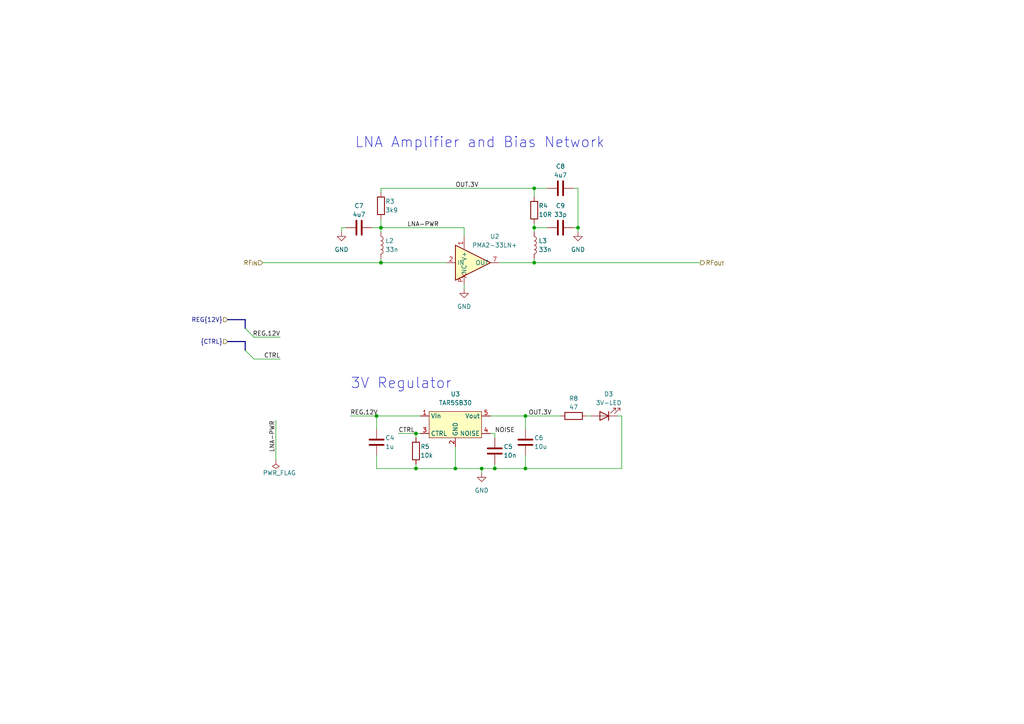
<source format=kicad_sch>
(kicad_sch (version 20211123) (generator eeschema)
  (paper "A4")
  (title_block (title "RF Component") (date "${ISSUE_DATE}") (rev "${REVISION}") (company "ENEL300"))
  (lib_symbols
    (symbol "Device:C" (pin_numbers hide) (pin_names (offset 0.254))
      (property "Reference" "C" (at 0.635 2.54 0))
      (property "Value" "C" (at 0.635 -2.54 0))
      (symbol "C_0_1"
        (polyline (pts (xy -2.032 -0.762) (xy 2.032 -0.762)) (stroke (width 0.508)))
        (polyline (pts (xy -2.032 0.762) (xy 2.032 0.762)) (stroke (width 0.508)))
      )
      (symbol "C_1_1"
        (pin passive line (at 0 3.81 270) (length 2.794) (name "~") (number "1"))
        (pin passive line (at 0 -3.81 90) (length 2.794) (name "~") (number "2"))
      )
    )
    (symbol "Device:L" (pin_numbers hide) (pin_names (offset 1.016) hide)
      (property "Reference" "L" (at -1.27 0 90))
      (property "Value" "L" (at 1.905 0 90))
      (symbol "L_0_1"
        (arc (start 0 -2.54) (mid 0.635 -1.905) (end 0 -1.27))
        (arc (start 0 -1.27) (mid 0.635 -0.635) (end 0 0))
        (arc (start 0 0) (mid 0.635 0.635) (end 0 1.27))
        (arc (start 0 1.27) (mid 0.635 1.905) (end 0 2.54))
      )
      (symbol "L_1_1"
        (pin passive line (at 0 3.81 270) (length 1.27) (name "1") (number "1"))
        (pin passive line (at 0 -3.81 90) (length 1.27) (name "2") (number "2"))
      )
    )
    (symbol "Device:LED" (pin_numbers hide) (pin_names (offset 1.016) hide)
      (property "Reference" "D" (at 0 2.54 0))
      (property "Value" "LED" (at 0 -2.54 0))
      (symbol "LED_0_1"
        (polyline (pts (xy -1.27 -1.27) (xy -1.27 1.27)) (stroke (width 0.254)))
        (polyline (pts (xy -1.27 0) (xy 1.27 0)))
        (polyline (pts (xy 1.27 -1.27) (xy 1.27 1.27) (xy -1.27 0) (xy 1.27 -1.27)) (stroke (width 0.254)))
        (polyline (pts (xy -3.048 -0.762) (xy -4.572 -2.286) (xy -3.81 -2.286) (xy -4.572 -2.286) (xy -4.572 -1.524)))
        (polyline (pts (xy -1.778 -0.762) (xy -3.302 -2.286) (xy -2.54 -2.286) (xy -3.302 -2.286) (xy -3.302 -1.524)))
      )
      (symbol "LED_1_1"
        (pin passive line (at -3.81 0 0) (length 2.54) (name "K") (number "1"))
        (pin passive line (at 3.81 0 180) (length 2.54) (name "A") (number "2"))
      )
    )
    (symbol "Device:R" (pin_numbers hide) (pin_names (offset 0))
      (property "Reference" "R" (at 2.032 0 90))
      (property "Value" "R" (at 0 0 90))
      (symbol "R_0_1"
        (rectangle (start -1.016 -2.54) (end 1.016 2.54) (stroke (width 0.254)))
      )
      (symbol "R_1_1"
        (pin passive line (at 0 3.81 270) (length 1.27) (name "~") (number "1"))
        (pin passive line (at 0 -3.81 90) (length 1.27) (name "~") (number "2"))
      )
    )
    (symbol "PicoRF:PMA2-33LN+"
      (property "Reference" "U" (at 8.89 7.62 0))
      (property "Value" "PMA2-33LN+" (at 8.89 5.08 0))
      (symbol "PMA2-33LN+_0_1"
        (polyline (pts (xy 7.62 0) (xy -2.54 5.08) (xy -2.54 -5.08) (xy 7.62 0)) (stroke (width 0.254)) (fill (type background)))
      )
      (symbol "PMA2-33LN+_1_1"
        (pin power_in line (at 0 7.62 270) (length 3.81) (name "V+") (number "1"))
        (pin input line (at -5.08 0 0) (length 2.54) (name "IN") (number "2"))
        (pin power_in non_logic (at 0 -6.35 90) (length 2.54) hide (name "NC") (number "3"))
        (pin power_in non_logic (at 0 -6.35 90) (length 2.54) hide (name "NC") (number "4"))
        (pin power_in non_logic (at 0 -6.35 90) (length 2.54) hide (name "NC") (number "5"))
        (pin power_in non_logic (at 0 -6.35 90) (length 2.54) hide (name "NC") (number "6"))
        (pin output line (at 10.16 0 180) (length 2.54) (name "OUT") (number "7"))
        (pin power_in non_logic (at 0 -6.35 90) (length 2.54) hide (name "NC") (number "8"))
        (pin power_in non_logic (at 0 -6.35 90) (length 2.54) (name "NC") (number "P"))
      )
    )
    (symbol "PicoRF:TAR5SB30" (pin_names (offset 0.5))
      (property "Reference" "U" (at 0 8.89 0))
      (property "Value" "TAR5SB30" (at 0 6.35 0))
      (symbol "TAR5SB30_0_1"
        (rectangle (start -7.62 3.81) (end 7.62 -3.81) (fill (type background)))
      )
      (symbol "TAR5SB30_1_1"
        (pin power_in line (at -10.16 2.54 0) (length 2.54) (name "Vin") (number "1"))
        (pin power_in line (at 0 -6.35 90) (length 2.54) (name "GND") (number "2"))
        (pin input line (at -10.16 -2.54 0) (length 2.54) (name "CTRL") (number "3"))
        (pin bidirectional line (at 10.16 -2.54 180) (length 2.54) (name "NOISE") (number "4"))
        (pin power_out line (at 10.16 2.54 180) (length 2.54) (name "Vout") (number "5"))
      )
    )
    (symbol "power:GND" (power) (pin_names (offset 0))
      (property "Value" "GND" (at 0 -3.81 0))
      (symbol "GND_0_1"
        (polyline (pts (xy 0 0) (xy 0 -1.27) (xy 1.27 -1.27) (xy 0 -2.54) (xy -1.27 -1.27) (xy 0 -1.27)))
      )
      (symbol "GND_1_1"
        (pin power_in line (at 0 0 270) (length 0) hide (name "GND") (number "1"))
      )
    )
    (symbol "power:PWR_FLAG" (power) (pin_numbers hide) (pin_names (offset 0) hide)
      (property "Value" "PWR_FLAG" (at 0 3.81 0))
      (symbol "PWR_FLAG_0_0"
        (pin power_out line (at 0 0 90) (length 0) (name "pwr") (number "1"))
      )
      (symbol "PWR_FLAG_0_1"
        (polyline (pts (xy 0 0) (xy 0 1.27) (xy -1.016 1.905) (xy 0 2.54) (xy 1.016 1.905) (xy 0 1.27)))
      )
    )
  )
  (junction (at 152.4 120.65))
  (junction (at 110.49 76.2))
  (junction (at 132.08 135.89))
  (junction (at 154.94 76.2))
  (junction (at 154.94 66.04))
  (junction (at 120.65 125.73))
  (junction (at 139.7 135.89))
  (junction (at 152.4 135.89))
  (junction (at 110.49 66.04))
  (junction (at 143.51 135.89))
  (junction (at 109.22 120.65))
  (junction (at 120.65 135.89))
  (junction (at 167.64 66.04))
  (junction (at 154.94 54.61))
  (bus_entry (at 71.12 95.25) (size 2.54 2.54))
  (bus_entry (at 71.12 101.6) (size 2.54 2.54))
  (wire (pts (xy 154.94 64.77) (xy 154.94 66.04)))
  (wire (pts (xy 109.22 132.08) (xy 109.22 135.89)))
  (wire (pts (xy 166.37 54.61) (xy 167.64 54.61)))
  (wire (pts (xy 110.49 63.5) (xy 110.49 66.04)))
  (wire (pts (xy 120.65 125.73) (xy 121.92 125.73)))
  (wire (pts (xy 170.18 120.65) (xy 171.45 120.65)))
  (bus (pts (xy 66.04 99.06) (xy 71.12 99.06)))
  (wire (pts (xy 166.37 66.04) (xy 167.64 66.04)))
  (wire (pts (xy 110.49 66.04) (xy 134.62 66.04)))
  (wire (pts (xy 139.7 135.89) (xy 132.08 135.89)))
  (wire (pts (xy 76.2 76.2) (xy 110.49 76.2)))
  (wire (pts (xy 132.08 129.54) (xy 132.08 135.89)))
  (wire (pts (xy 179.07 120.65) (xy 180.34 120.65)))
  (wire (pts (xy 154.94 76.2) (xy 203.2 76.2)))
  (wire (pts (xy 107.95 66.04) (xy 110.49 66.04)))
  (wire (pts (xy 109.22 120.65) (xy 121.92 120.65)))
  (wire (pts (xy 152.4 132.08) (xy 152.4 135.89)))
  (wire (pts (xy 110.49 66.04) (xy 110.49 67.31)))
  (wire (pts (xy 180.34 120.65) (xy 180.34 135.89)))
  (wire (pts (xy 120.65 135.89) (xy 132.08 135.89)))
  (wire (pts (xy 139.7 135.89) (xy 139.7 137.16)))
  (wire (pts (xy 134.62 66.04) (xy 134.62 68.58)))
  (wire (pts (xy 134.62 82.55) (xy 134.62 83.82)))
  (wire (pts (xy 115.57 125.73) (xy 120.65 125.73)))
  (wire (pts (xy 120.65 125.73) (xy 120.65 127)))
  (wire (pts (xy 109.22 120.65) (xy 109.22 124.46)))
  (wire (pts (xy 143.51 134.62) (xy 143.51 135.89)))
  (wire (pts (xy 73.66 97.79) (xy 81.28 97.79)))
  (wire (pts (xy 167.64 66.04) (xy 167.64 67.31)))
  (wire (pts (xy 152.4 135.89) (xy 180.34 135.89)))
  (wire (pts (xy 152.4 120.65) (xy 162.56 120.65)))
  (bus (pts (xy 71.12 99.06) (xy 71.12 101.6)))
  (wire (pts (xy 154.94 66.04) (xy 154.94 67.31)))
  (bus (pts (xy 71.12 92.71) (xy 71.12 95.25)))
  (wire (pts (xy 143.51 135.89) (xy 152.4 135.89)))
  (wire (pts (xy 139.7 135.89) (xy 143.51 135.89)))
  (wire (pts (xy 158.75 54.61) (xy 154.94 54.61)))
  (wire (pts (xy 109.22 135.89) (xy 120.65 135.89)))
  (wire (pts (xy 110.49 54.61) (xy 110.49 55.88)))
  (bus (pts (xy 66.04 92.71) (xy 71.12 92.71)))
  (wire (pts (xy 110.49 76.2) (xy 129.54 76.2)))
  (wire (pts (xy 120.65 134.62) (xy 120.65 135.89)))
  (wire (pts (xy 142.24 125.73) (xy 143.51 125.73)))
  (wire (pts (xy 144.78 76.2) (xy 154.94 76.2)))
  (wire (pts (xy 152.4 120.65) (xy 152.4 124.46)))
  (wire (pts (xy 110.49 74.93) (xy 110.49 76.2)))
  (wire (pts (xy 167.64 54.61) (xy 167.64 66.04)))
  (wire (pts (xy 143.51 125.73) (xy 143.51 127)))
  (wire (pts (xy 73.66 104.14) (xy 81.28 104.14)))
  (wire (pts (xy 110.49 54.61) (xy 154.94 54.61)))
  (wire (pts (xy 154.94 66.04) (xy 158.75 66.04)))
  (wire (pts (xy 142.24 120.65) (xy 152.4 120.65)))
  (wire (pts (xy 100.33 66.04) (xy 99.06 66.04)))
  (wire (pts (xy 154.94 74.93) (xy 154.94 76.2)))
  (wire (pts (xy 99.06 66.04) (xy 99.06 67.31)))
  (wire (pts (xy 154.94 54.61) (xy 154.94 57.15)))
  (wire (pts (xy 80.01 121.92) (xy 80.01 133.35)))
  (wire (pts (xy 101.6 120.65) (xy 109.22 120.65)))
  (text "LNA Amplifier and Bias Network" (at 102.87 43.18 0) (effects (font (size 3 3)) (justify left bottom)))
  (text "3V Regulator" (at 101.6 113.03 0) (effects (font (size 3 3)) (justify left bottom)))
  (label "OUT.3V" (at 160.02 120.65 180))
  (label "REG.12V" (at 101.6 120.65 0))
  (label "CTRL" (at 81.28 104.14 180))
  (label "LNA-PWR" (at 80.01 121.92 270))
  (label "OUT.3V" (at 132.08 54.61 0))
  (label "REG.12V" (at 81.28 97.79 180))
  (label "NOISE" (at 143.51 125.73 0))
  (label "CTRL" (at 115.57 125.73 0))
  (label "LNA-PWR" (at 118.11 66.04 0))
  (hierarchical_label "REG{12V}" (shape input) (at 66.04 92.71 180))
  (hierarchical_label "{CTRL}" (shape input) (at 66.04 99.06 180))
  (hierarchical_label "RF_{OUT}" (shape output) (at 203.2 76.2 0))
  (hierarchical_label "RF_{IN}" (shape input) (at 76.2 76.2 180))
  (symbol (lib_id "Device:R") (at 110.49 59.69 0) (unit 1)
    (property "Reference" "R3" (at 111.76 58.42 0) (effects (justify left)))
    (property "Value" "3k9" (at 111.76 60.96 0) (effects (justify left)))
    (property "Footprint" "Resistor_SMD:R_0402_1005Metric" (effects hide))
  )
  (symbol (lib_id "Device:R") (at 154.94 60.96 0) (unit 1)
    (property "Reference" "R4" (at 156.21 59.69 0) (effects (justify left)))
    (property "Value" "10R" (at 156.21 62.23 0) (effects (justify left)))
    (property "Footprint" "Resistor_SMD:R_0402_1005Metric" (effects hide))
  )
  (symbol (lib_id "Device:R") (at 166.37 120.65 270) (mirror x) (unit 1)
    (property "Reference" "R8" (at 166.37 115.57 90))
    (property "Value" "47" (at 166.37 118.11 90))
    (property "Footprint" "Resistor_SMD:R_0402_1005Metric" (effects hide))
  )
  (symbol (lib_id "power:GND") (at 167.64 67.31 0) (unit 1)
    (property "Reference" "#PWR0104" (effects hide))
    (property "Value" "GND" (at 167.64 72.39 0))
  )
  (symbol (lib_id "Device:C") (at 152.4 128.27 0) (unit 1)
    (property "Reference" "C6" (at 154.94 127 0) (effects (justify left)))
    (property "Value" "10u" (at 154.94 129.54 0) (effects (justify left)))
    (property "Footprint" "Capacitor_SMD:C_0402_1005Metric" (effects hide))
  )
  (symbol (lib_id "PicoRF:TAR5SB30") (at 132.08 123.19 0) (unit 1)
    (property "Reference" "U3" (at 132.08 114.3 0))
    (property "Value" "TAR5SB30" (at 132.08 116.84 0))
    (property "Footprint" "PicoRF:SSOP5-P-0.95" (effects hide))
    (property "Datasheet" "https://docs.rs-online.com/7022/0900766b814f5a2f.pdf" (effects hide))
  )
  (symbol (lib_id "Device:L") (at 154.94 71.12 0) (unit 1)
    (property "Reference" "L3" (at 156.21 69.8499 0) (effects (justify left)))
    (property "Value" "33n" (at 156.21 72.3899 0) (effects (justify left)))
    (property "Footprint" "Inductor_SMD:L_0402_1005Metric" (effects hide))
  )
  (symbol (lib_id "Device:C") (at 162.56 66.04 90) (unit 1)
    (property "Reference" "C9" (at 162.56 59.69 90))
    (property "Value" "33p" (at 162.56 62.23 90))
    (property "Footprint" "Capacitor_SMD:C_0402_1005Metric" (effects hide))
  )
  (symbol (lib_id "Device:C") (at 109.22 128.27 0) (unit 1)
    (property "Reference" "C4" (at 111.76 127 0) (effects (justify left)))
    (property "Value" "1u" (at 111.76 129.54 0) (effects (justify left)))
    (property "Footprint" "Capacitor_SMD:C_0402_1005Metric" (effects hide))
  )
  (symbol (lib_id "Device:C") (at 143.51 130.81 0) (unit 1)
    (property "Reference" "C5" (at 146.05 129.54 0) (effects (justify left)))
    (property "Value" "10n" (at 146.05 132.08 0) (effects (justify left)))
    (property "Footprint" "Capacitor_SMD:C_0402_1005Metric" (effects hide))
  )
  (symbol (lib_id "PicoRF:PMA2-33LN+") (at 134.62 76.2 0) (unit 1)
    (property "Reference" "U2" (at 143.51 68.58 0))
    (property "Value" "PMA2-33LN+" (at 143.51 71.12 0))
    (property "Footprint" "PicoRF:MC1631-1-8-1EP_2x2mm_P0.5mm" (effects hide))
    (property "Datasheet" "https://www.minicircuits.com/pdfs/PMA2-33LN+.pdf" (effects hide))
  )
  (symbol (lib_id "Device:LED") (at 175.26 120.65 180) (unit 1)
    (property "Reference" "D3" (at 176.53 114.3 0))
    (property "Value" "3V-LED" (at 176.53 116.84 0))
    (property "Footprint" "LED_SMD:LED_0805_2012Metric" (effects hide))
  )
  (symbol (lib_id "power:GND") (at 99.06 67.31 0) (unit 1)
    (property "Reference" "#PWR0103" (effects hide))
    (property "Value" "GND" (at 99.06 72.39 0))
  )
  (symbol (lib_id "power:GND") (at 139.7 137.16 0) (unit 1)
    (property "Reference" "#PWR0102" (effects hide))
    (property "Value" "GND" (at 139.7 142.24 0))
  )
  (symbol (lib_id "Device:L") (at 110.49 71.12 0) (unit 1)
    (property "Reference" "L2" (at 111.76 69.8499 0) (effects (justify left)))
    (property "Value" "33n" (at 111.76 72.3899 0) (effects (justify left)))
    (property "Footprint" "Inductor_SMD:L_0402_1005Metric" (effects hide))
  )
  (symbol (lib_id "Device:C") (at 162.56 54.61 90) (unit 1)
    (property "Reference" "C8" (at 162.56 48.26 90))
    (property "Value" "4u7" (at 162.56 50.8 90))
    (property "Footprint" "Capacitor_SMD:C_0402_1005Metric" (effects hide))
  )
  (symbol (lib_id "power:PWR_FLAG") (at 80.01 133.35 180) (unit 1)
    (property "Reference" "#FLG04" (effects hide))
    (property "Value" "PWR_FLAG" (at 76.2 137.16 0) (effects (justify right)))
  )
  (symbol (lib_id "power:GND") (at 134.62 83.82 0) (unit 1)
    (property "Reference" "#PWR0101" (effects hide))
    (property "Value" "GND" (at 134.62 88.9 0))
  )
  (symbol (lib_id "Device:R") (at 120.65 130.81 0) (unit 1)
    (property "Reference" "R5" (at 121.92 129.54 0) (effects (justify left)))
    (property "Value" "10k" (at 121.92 132.08 0) (effects (justify left)))
    (property "Footprint" "Resistor_SMD:R_0402_1005Metric" (effects hide))
  )
  (symbol (lib_id "Device:C") (at 104.14 66.04 90) (unit 1)
    (property "Reference" "C7" (at 104.14 59.69 90))
    (property "Value" "4u7" (at 104.14 62.23 90))
    (property "Footprint" "Capacitor_SMD:C_0402_1005Metric" (effects hide))
  )
)
</source>
